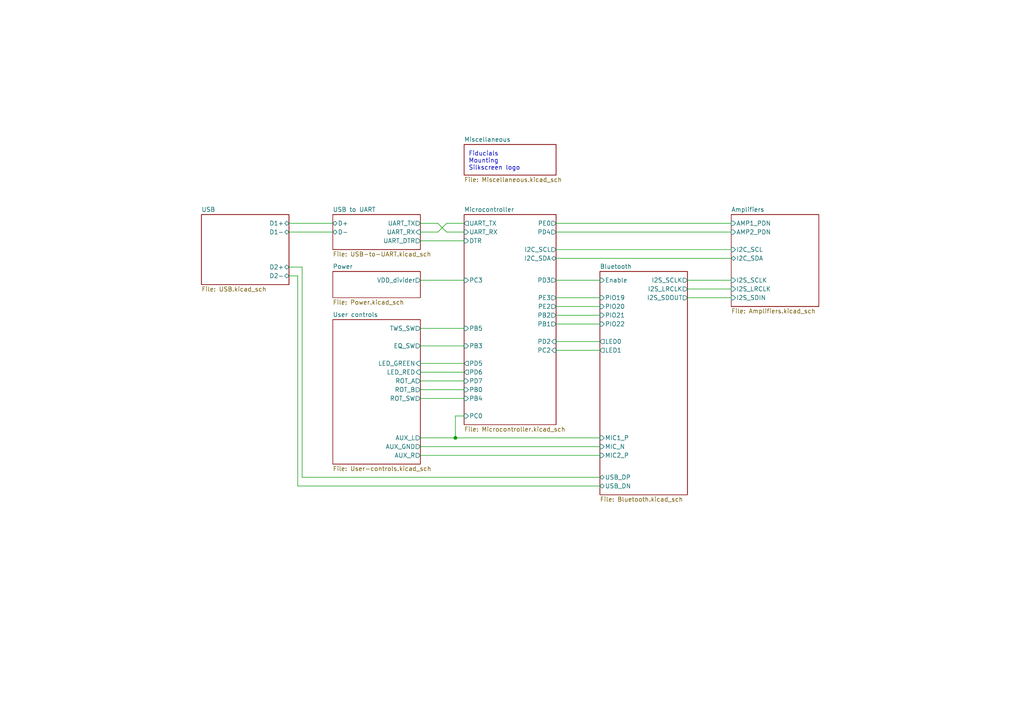
<source format=kicad_sch>
(kicad_sch (version 20211123) (generator eeschema)
  (paper "A4")
  (title_block (title "4x38W amp with DSP and BT") (date "2021-12-01") (rev "1.0") (company "ZOUDIO"))
  (lib_symbols)
  (junction (at 132.08 127))
  (wire (pts (xy 121.92 132.08) (xy 173.99 132.08)))
  (wire (pts (xy 132.08 127) (xy 173.99 127)))
  (wire (pts (xy 83.82 80.01) (xy 86.36 80.01)))
  (wire (pts (xy 134.62 81.28) (xy 121.92 81.28)))
  (wire (pts (xy 161.29 74.93) (xy 212.09 74.93)))
  (wire (pts (xy 132.08 127) (xy 121.92 127)))
  (wire (pts (xy 199.39 81.28) (xy 212.09 81.28)))
  (wire (pts (xy 121.92 95.25) (xy 134.62 95.25)))
  (wire (pts (xy 161.29 93.98) (xy 173.99 93.98)))
  (wire (pts (xy 121.92 69.85) (xy 134.62 69.85)))
  (wire (pts (xy 134.62 100.33) (xy 121.92 100.33)))
  (wire (pts (xy 161.29 67.31) (xy 212.09 67.31)))
  (wire (pts (xy 161.29 72.39) (xy 212.09 72.39)))
  (wire (pts (xy 161.29 101.6) (xy 173.99 101.6)))
  (wire (pts (xy 121.92 113.03) (xy 134.62 113.03)))
  (wire (pts (xy 86.36 140.97) (xy 173.99 140.97)))
  (wire (pts (xy 134.62 110.49) (xy 121.92 110.49)))
  (wire (pts (xy 132.08 120.65) (xy 132.08 127)))
  (wire (pts (xy 87.63 138.43) (xy 87.63 77.47)))
  (wire (pts (xy 199.39 83.82) (xy 212.09 83.82)))
  (wire (pts (xy 134.62 67.31) (xy 129.54 67.31)))
  (wire (pts (xy 83.82 77.47) (xy 87.63 77.47)))
  (wire (pts (xy 161.29 91.44) (xy 173.99 91.44)))
  (wire (pts (xy 134.62 120.65) (xy 132.08 120.65)))
  (wire (pts (xy 173.99 138.43) (xy 87.63 138.43)))
  (wire (pts (xy 121.92 64.77) (xy 127 64.77)))
  (wire (pts (xy 121.92 115.57) (xy 134.62 115.57)))
  (wire (pts (xy 161.29 86.36) (xy 173.99 86.36)))
  (wire (pts (xy 86.36 80.01) (xy 86.36 140.97)))
  (wire (pts (xy 129.54 67.31) (xy 127 64.77)))
  (wire (pts (xy 173.99 129.54) (xy 121.92 129.54)))
  (wire (pts (xy 127 67.31) (xy 129.54 64.77)))
  (wire (pts (xy 199.39 86.36) (xy 212.09 86.36)))
  (wire (pts (xy 121.92 107.95) (xy 134.62 107.95)))
  (wire (pts (xy 129.54 64.77) (xy 134.62 64.77)))
  (wire (pts (xy 121.92 67.31) (xy 127 67.31)))
  (wire (pts (xy 161.29 99.06) (xy 173.99 99.06)))
  (wire (pts (xy 134.62 105.41) (xy 121.92 105.41)))
  (wire (pts (xy 161.29 88.9) (xy 173.99 88.9)))
  (wire (pts (xy 161.29 64.77) (xy 212.09 64.77)))
  (wire (pts (xy 83.82 67.31) (xy 96.52 67.31)))
  (wire (pts (xy 83.82 64.77) (xy 96.52 64.77)))
  (wire (pts (xy 161.29 81.28) (xy 173.99 81.28)))
  (text "Fiducials\nMounting\nSilkscreen logo" (at 135.89 49.53 0) (effects (font (size 1.27 1.27)) (justify left bottom)))
  (sheet (at 96.52 62.23) (size 25.4 10.16)
    (property "Sheet name" "USB to UART" (at 96.52 61.5184 0) (effects (justify left bottom)))
    (property "Sheet file" "USB-to-UART.kicad_sch" (at 96.52 72.9746 0) (effects (justify left top)))
    (pin "UART_TX" output (at 121.92 64.77 0))
    (pin "UART_RX" input (at 121.92 67.31 0))
    (pin "UART_DTR" output (at 121.92 69.85 0))
    (pin "D+" bidirectional (at 96.52 64.77 180))
    (pin "D-" bidirectional (at 96.52 67.31 180))
  )
  (sheet (at 134.62 41.91) (size 26.67 8.89)
    (property "Sheet name" "Miscellaneous" (at 134.62 41.1984 0) (effects (justify left bottom)))
    (property "Sheet file" "Miscellaneous.kicad_sch" (at 134.62 51.3846 0) (effects (justify left top)))
  )
  (sheet (at 212.09 62.23) (size 25.4 26.67)
    (property "Sheet name" "Amplifiers" (at 212.09 61.5184 0) (effects (justify left bottom)))
    (property "Sheet file" "Amplifiers.kicad_sch" (at 212.09 89.4846 0) (effects (justify left top)))
    (pin "I2S_LRCLK" input (at 212.09 83.82 180))
    (pin "I2S_SCLK" input (at 212.09 81.28 180))
    (pin "I2S_SDIN" input (at 212.09 86.36 180))
    (pin "I2C_SDA" bidirectional (at 212.09 74.93 180))
    (pin "I2C_SCL" input (at 212.09 72.39 180))
    (pin "AMP1_PDN" input (at 212.09 64.77 180))
    (pin "AMP2_PDN" input (at 212.09 67.31 180))
  )
  (sheet (at 96.52 78.74) (size 25.4 7.62)
    (property "Sheet name" "Power" (at 96.52 78.0284 0) (effects (justify left bottom)))
    (property "Sheet file" "Power.kicad_sch" (at 96.52 86.9446 0) (effects (justify left top)))
    (pin "VDD_divider" output (at 121.92 81.28 0))
  )
  (sheet (at 173.99 78.74) (size 25.4 64.77)
    (property "Sheet name" "Bluetooth" (at 173.99 78.0284 0) (effects (justify left bottom)))
    (property "Sheet file" "Bluetooth.kicad_sch" (at 173.99 144.0946 0) (effects (justify left top)))
    (pin "I2S_SDOUT" output (at 199.39 86.36 0))
    (pin "I2S_LRCLK" output (at 199.39 83.82 0))
    (pin "I2S_SCLK" output (at 199.39 81.28 0))
    (pin "PIO19" input (at 173.99 86.36 180))
    (pin "PIO22" input (at 173.99 93.98 180))
    (pin "PIO21" input (at 173.99 91.44 180))
    (pin "PIO20" input (at 173.99 88.9 180))
    (pin "LED1" output (at 173.99 101.6 180))
    (pin "LED0" output (at 173.99 99.06 180))
    (pin "Enable" input (at 173.99 81.28 180))
    (pin "MIC1_P" input (at 173.99 127 180))
    (pin "MIC2_P" input (at 173.99 132.08 180))
    (pin "MIC_N" input (at 173.99 129.54 180))
    (pin "USB_DN" bidirectional (at 173.99 140.97 180))
    (pin "USB_DP" bidirectional (at 173.99 138.43 180))
  )
  (sheet (at 134.62 62.23) (size 26.67 60.96)
    (property "Sheet name" "Microcontroller" (at 134.62 61.5184 0) (effects (justify left bottom)))
    (property "Sheet file" "Microcontroller.kicad_sch" (at 134.62 123.7746 0) (effects (justify left top)))
    (pin "PE3" output (at 161.29 86.36 0))
    (pin "I2C_SCL" output (at 161.29 72.39 0))
    (pin "PC3" input (at 134.62 81.28 180))
    (pin "I2C_SDA" bidirectional (at 161.29 74.93 0))
    (pin "PD2" input (at 161.29 99.06 0))
    (pin "PC0" input (at 134.62 120.65 180))
    (pin "PD4" output (at 161.29 67.31 0))
    (pin "PE0" output (at 161.29 64.77 0))
    (pin "PD6" output (at 134.62 107.95 180))
    (pin "PD5" output (at 134.62 105.41 180))
    (pin "UART_TX" output (at 134.62 64.77 180))
    (pin "UART_RX" input (at 134.62 67.31 180))
    (pin "PB0" input (at 134.62 113.03 180))
    (pin "PB1" output (at 161.29 93.98 0))
    (pin "PB2" output (at 161.29 91.44 0))
    (pin "PB3" input (at 134.62 100.33 180))
    (pin "PB4" input (at 134.62 115.57 180))
    (pin "DTR" input (at 134.62 69.85 180))
    (pin "PD7" input (at 134.62 110.49 180))
    (pin "PB5" input (at 134.62 95.25 180))
    (pin "PE2" output (at 161.29 88.9 0))
    (pin "PD3" output (at 161.29 81.28 0))
    (pin "PC2" input (at 161.29 101.6 0))
  )
  (sheet (at 96.52 92.71) (size 25.4 41.91)
    (property "Sheet name" "User controls" (at 96.52 91.9984 0) (effects (justify left bottom)))
    (property "Sheet file" "User-controls.kicad_sch" (at 96.52 135.2046 0) (effects (justify left top)))
    (pin "AUX_L" output (at 121.92 127 0))
    (pin "AUX_GND" output (at 121.92 129.54 0))
    (pin "AUX_R" output (at 121.92 132.08 0))
    (pin "ROT_SW" output (at 121.92 115.57 0))
    (pin "ROT_B" output (at 121.92 113.03 0))
    (pin "ROT_A" output (at 121.92 110.49 0))
    (pin "LED_RED" input (at 121.92 107.95 0))
    (pin "LED_GREEN" input (at 121.92 105.41 0))
    (pin "EQ_SW" output (at 121.92 100.33 0))
    (pin "TWS_SW" output (at 121.92 95.25 0))
  )
  (sheet (at 58.42 62.23) (size 25.4 20.32)
    (property "Sheet name" "USB" (at 58.42 61.5184 0) (effects (justify left bottom)))
    (property "Sheet file" "USB.kicad_sch" (at 58.42 83.1346 0) (effects (justify left top)))
    (pin "D1+" bidirectional (at 83.82 64.77 0))
    (pin "D1-" bidirectional (at 83.82 67.31 0))
    (pin "D2+" bidirectional (at 83.82 77.47 0))
    (pin "D2-" bidirectional (at 83.82 80.01 0))
  )
)
</source>
